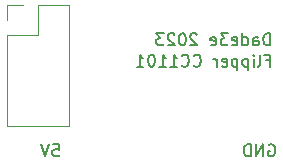
<source format=gbr>
%TF.GenerationSoftware,KiCad,Pcbnew,7.0.2*%
%TF.CreationDate,2023-05-27T23:34:56+02:00*%
%TF.ProjectId,cc1101_pcb,63633131-3031-45f7-9063-622e6b696361,rev?*%
%TF.SameCoordinates,Original*%
%TF.FileFunction,Legend,Bot*%
%TF.FilePolarity,Positive*%
%FSLAX46Y46*%
G04 Gerber Fmt 4.6, Leading zero omitted, Abs format (unit mm)*
G04 Created by KiCad (PCBNEW 7.0.2) date 2023-05-27 23:34:56*
%MOMM*%
%LPD*%
G01*
G04 APERTURE LIST*
%ADD10C,0.150000*%
%ADD11C,0.120000*%
G04 APERTURE END LIST*
D10*
X37685714Y-94677619D02*
X38161904Y-94677619D01*
X38161904Y-94677619D02*
X38209523Y-95153809D01*
X38209523Y-95153809D02*
X38161904Y-95106190D01*
X38161904Y-95106190D02*
X38066666Y-95058571D01*
X38066666Y-95058571D02*
X37828571Y-95058571D01*
X37828571Y-95058571D02*
X37733333Y-95106190D01*
X37733333Y-95106190D02*
X37685714Y-95153809D01*
X37685714Y-95153809D02*
X37638095Y-95249047D01*
X37638095Y-95249047D02*
X37638095Y-95487142D01*
X37638095Y-95487142D02*
X37685714Y-95582380D01*
X37685714Y-95582380D02*
X37733333Y-95630000D01*
X37733333Y-95630000D02*
X37828571Y-95677619D01*
X37828571Y-95677619D02*
X38066666Y-95677619D01*
X38066666Y-95677619D02*
X38161904Y-95630000D01*
X38161904Y-95630000D02*
X38209523Y-95582380D01*
X37352380Y-94677619D02*
X37019047Y-95677619D01*
X37019047Y-95677619D02*
X36685714Y-94677619D01*
X55938095Y-94725238D02*
X56033333Y-94677619D01*
X56033333Y-94677619D02*
X56176190Y-94677619D01*
X56176190Y-94677619D02*
X56319047Y-94725238D01*
X56319047Y-94725238D02*
X56414285Y-94820476D01*
X56414285Y-94820476D02*
X56461904Y-94915714D01*
X56461904Y-94915714D02*
X56509523Y-95106190D01*
X56509523Y-95106190D02*
X56509523Y-95249047D01*
X56509523Y-95249047D02*
X56461904Y-95439523D01*
X56461904Y-95439523D02*
X56414285Y-95534761D01*
X56414285Y-95534761D02*
X56319047Y-95630000D01*
X56319047Y-95630000D02*
X56176190Y-95677619D01*
X56176190Y-95677619D02*
X56080952Y-95677619D01*
X56080952Y-95677619D02*
X55938095Y-95630000D01*
X55938095Y-95630000D02*
X55890476Y-95582380D01*
X55890476Y-95582380D02*
X55890476Y-95249047D01*
X55890476Y-95249047D02*
X56080952Y-95249047D01*
X55461904Y-95677619D02*
X55461904Y-94677619D01*
X55461904Y-94677619D02*
X54890476Y-95677619D01*
X54890476Y-95677619D02*
X54890476Y-94677619D01*
X54414285Y-95677619D02*
X54414285Y-94677619D01*
X54414285Y-94677619D02*
X54176190Y-94677619D01*
X54176190Y-94677619D02*
X54033333Y-94725238D01*
X54033333Y-94725238D02*
X53938095Y-94820476D01*
X53938095Y-94820476D02*
X53890476Y-94915714D01*
X53890476Y-94915714D02*
X53842857Y-95106190D01*
X53842857Y-95106190D02*
X53842857Y-95249047D01*
X53842857Y-95249047D02*
X53890476Y-95439523D01*
X53890476Y-95439523D02*
X53938095Y-95534761D01*
X53938095Y-95534761D02*
X54033333Y-95630000D01*
X54033333Y-95630000D02*
X54176190Y-95677619D01*
X54176190Y-95677619D02*
X54414285Y-95677619D01*
X56061904Y-86277619D02*
X56061904Y-85277619D01*
X56061904Y-85277619D02*
X55823809Y-85277619D01*
X55823809Y-85277619D02*
X55680952Y-85325238D01*
X55680952Y-85325238D02*
X55585714Y-85420476D01*
X55585714Y-85420476D02*
X55538095Y-85515714D01*
X55538095Y-85515714D02*
X55490476Y-85706190D01*
X55490476Y-85706190D02*
X55490476Y-85849047D01*
X55490476Y-85849047D02*
X55538095Y-86039523D01*
X55538095Y-86039523D02*
X55585714Y-86134761D01*
X55585714Y-86134761D02*
X55680952Y-86230000D01*
X55680952Y-86230000D02*
X55823809Y-86277619D01*
X55823809Y-86277619D02*
X56061904Y-86277619D01*
X54633333Y-86277619D02*
X54633333Y-85753809D01*
X54633333Y-85753809D02*
X54680952Y-85658571D01*
X54680952Y-85658571D02*
X54776190Y-85610952D01*
X54776190Y-85610952D02*
X54966666Y-85610952D01*
X54966666Y-85610952D02*
X55061904Y-85658571D01*
X54633333Y-86230000D02*
X54728571Y-86277619D01*
X54728571Y-86277619D02*
X54966666Y-86277619D01*
X54966666Y-86277619D02*
X55061904Y-86230000D01*
X55061904Y-86230000D02*
X55109523Y-86134761D01*
X55109523Y-86134761D02*
X55109523Y-86039523D01*
X55109523Y-86039523D02*
X55061904Y-85944285D01*
X55061904Y-85944285D02*
X54966666Y-85896666D01*
X54966666Y-85896666D02*
X54728571Y-85896666D01*
X54728571Y-85896666D02*
X54633333Y-85849047D01*
X53728571Y-86277619D02*
X53728571Y-85277619D01*
X53728571Y-86230000D02*
X53823809Y-86277619D01*
X53823809Y-86277619D02*
X54014285Y-86277619D01*
X54014285Y-86277619D02*
X54109523Y-86230000D01*
X54109523Y-86230000D02*
X54157142Y-86182380D01*
X54157142Y-86182380D02*
X54204761Y-86087142D01*
X54204761Y-86087142D02*
X54204761Y-85801428D01*
X54204761Y-85801428D02*
X54157142Y-85706190D01*
X54157142Y-85706190D02*
X54109523Y-85658571D01*
X54109523Y-85658571D02*
X54014285Y-85610952D01*
X54014285Y-85610952D02*
X53823809Y-85610952D01*
X53823809Y-85610952D02*
X53728571Y-85658571D01*
X52871428Y-86230000D02*
X52966666Y-86277619D01*
X52966666Y-86277619D02*
X53157142Y-86277619D01*
X53157142Y-86277619D02*
X53252380Y-86230000D01*
X53252380Y-86230000D02*
X53299999Y-86134761D01*
X53299999Y-86134761D02*
X53299999Y-85753809D01*
X53299999Y-85753809D02*
X53252380Y-85658571D01*
X53252380Y-85658571D02*
X53157142Y-85610952D01*
X53157142Y-85610952D02*
X52966666Y-85610952D01*
X52966666Y-85610952D02*
X52871428Y-85658571D01*
X52871428Y-85658571D02*
X52823809Y-85753809D01*
X52823809Y-85753809D02*
X52823809Y-85849047D01*
X52823809Y-85849047D02*
X53299999Y-85944285D01*
X52490475Y-85277619D02*
X51871428Y-85277619D01*
X51871428Y-85277619D02*
X52204761Y-85658571D01*
X52204761Y-85658571D02*
X52061904Y-85658571D01*
X52061904Y-85658571D02*
X51966666Y-85706190D01*
X51966666Y-85706190D02*
X51919047Y-85753809D01*
X51919047Y-85753809D02*
X51871428Y-85849047D01*
X51871428Y-85849047D02*
X51871428Y-86087142D01*
X51871428Y-86087142D02*
X51919047Y-86182380D01*
X51919047Y-86182380D02*
X51966666Y-86230000D01*
X51966666Y-86230000D02*
X52061904Y-86277619D01*
X52061904Y-86277619D02*
X52347618Y-86277619D01*
X52347618Y-86277619D02*
X52442856Y-86230000D01*
X52442856Y-86230000D02*
X52490475Y-86182380D01*
X51061904Y-86230000D02*
X51157142Y-86277619D01*
X51157142Y-86277619D02*
X51347618Y-86277619D01*
X51347618Y-86277619D02*
X51442856Y-86230000D01*
X51442856Y-86230000D02*
X51490475Y-86134761D01*
X51490475Y-86134761D02*
X51490475Y-85753809D01*
X51490475Y-85753809D02*
X51442856Y-85658571D01*
X51442856Y-85658571D02*
X51347618Y-85610952D01*
X51347618Y-85610952D02*
X51157142Y-85610952D01*
X51157142Y-85610952D02*
X51061904Y-85658571D01*
X51061904Y-85658571D02*
X51014285Y-85753809D01*
X51014285Y-85753809D02*
X51014285Y-85849047D01*
X51014285Y-85849047D02*
X51490475Y-85944285D01*
X49871427Y-85372857D02*
X49823808Y-85325238D01*
X49823808Y-85325238D02*
X49728570Y-85277619D01*
X49728570Y-85277619D02*
X49490475Y-85277619D01*
X49490475Y-85277619D02*
X49395237Y-85325238D01*
X49395237Y-85325238D02*
X49347618Y-85372857D01*
X49347618Y-85372857D02*
X49299999Y-85468095D01*
X49299999Y-85468095D02*
X49299999Y-85563333D01*
X49299999Y-85563333D02*
X49347618Y-85706190D01*
X49347618Y-85706190D02*
X49919046Y-86277619D01*
X49919046Y-86277619D02*
X49299999Y-86277619D01*
X48680951Y-85277619D02*
X48585713Y-85277619D01*
X48585713Y-85277619D02*
X48490475Y-85325238D01*
X48490475Y-85325238D02*
X48442856Y-85372857D01*
X48442856Y-85372857D02*
X48395237Y-85468095D01*
X48395237Y-85468095D02*
X48347618Y-85658571D01*
X48347618Y-85658571D02*
X48347618Y-85896666D01*
X48347618Y-85896666D02*
X48395237Y-86087142D01*
X48395237Y-86087142D02*
X48442856Y-86182380D01*
X48442856Y-86182380D02*
X48490475Y-86230000D01*
X48490475Y-86230000D02*
X48585713Y-86277619D01*
X48585713Y-86277619D02*
X48680951Y-86277619D01*
X48680951Y-86277619D02*
X48776189Y-86230000D01*
X48776189Y-86230000D02*
X48823808Y-86182380D01*
X48823808Y-86182380D02*
X48871427Y-86087142D01*
X48871427Y-86087142D02*
X48919046Y-85896666D01*
X48919046Y-85896666D02*
X48919046Y-85658571D01*
X48919046Y-85658571D02*
X48871427Y-85468095D01*
X48871427Y-85468095D02*
X48823808Y-85372857D01*
X48823808Y-85372857D02*
X48776189Y-85325238D01*
X48776189Y-85325238D02*
X48680951Y-85277619D01*
X47966665Y-85372857D02*
X47919046Y-85325238D01*
X47919046Y-85325238D02*
X47823808Y-85277619D01*
X47823808Y-85277619D02*
X47585713Y-85277619D01*
X47585713Y-85277619D02*
X47490475Y-85325238D01*
X47490475Y-85325238D02*
X47442856Y-85372857D01*
X47442856Y-85372857D02*
X47395237Y-85468095D01*
X47395237Y-85468095D02*
X47395237Y-85563333D01*
X47395237Y-85563333D02*
X47442856Y-85706190D01*
X47442856Y-85706190D02*
X48014284Y-86277619D01*
X48014284Y-86277619D02*
X47395237Y-86277619D01*
X47061903Y-85277619D02*
X46442856Y-85277619D01*
X46442856Y-85277619D02*
X46776189Y-85658571D01*
X46776189Y-85658571D02*
X46633332Y-85658571D01*
X46633332Y-85658571D02*
X46538094Y-85706190D01*
X46538094Y-85706190D02*
X46490475Y-85753809D01*
X46490475Y-85753809D02*
X46442856Y-85849047D01*
X46442856Y-85849047D02*
X46442856Y-86087142D01*
X46442856Y-86087142D02*
X46490475Y-86182380D01*
X46490475Y-86182380D02*
X46538094Y-86230000D01*
X46538094Y-86230000D02*
X46633332Y-86277619D01*
X46633332Y-86277619D02*
X46919046Y-86277619D01*
X46919046Y-86277619D02*
X47014284Y-86230000D01*
X47014284Y-86230000D02*
X47061903Y-86182380D01*
X55728571Y-87553809D02*
X56061904Y-87553809D01*
X56061904Y-88077619D02*
X56061904Y-87077619D01*
X56061904Y-87077619D02*
X55585714Y-87077619D01*
X55061904Y-88077619D02*
X55157142Y-88030000D01*
X55157142Y-88030000D02*
X55204761Y-87934761D01*
X55204761Y-87934761D02*
X55204761Y-87077619D01*
X54680951Y-88077619D02*
X54680951Y-87410952D01*
X54680951Y-87077619D02*
X54728570Y-87125238D01*
X54728570Y-87125238D02*
X54680951Y-87172857D01*
X54680951Y-87172857D02*
X54633332Y-87125238D01*
X54633332Y-87125238D02*
X54680951Y-87077619D01*
X54680951Y-87077619D02*
X54680951Y-87172857D01*
X54204761Y-87410952D02*
X54204761Y-88410952D01*
X54204761Y-87458571D02*
X54109523Y-87410952D01*
X54109523Y-87410952D02*
X53919047Y-87410952D01*
X53919047Y-87410952D02*
X53823809Y-87458571D01*
X53823809Y-87458571D02*
X53776190Y-87506190D01*
X53776190Y-87506190D02*
X53728571Y-87601428D01*
X53728571Y-87601428D02*
X53728571Y-87887142D01*
X53728571Y-87887142D02*
X53776190Y-87982380D01*
X53776190Y-87982380D02*
X53823809Y-88030000D01*
X53823809Y-88030000D02*
X53919047Y-88077619D01*
X53919047Y-88077619D02*
X54109523Y-88077619D01*
X54109523Y-88077619D02*
X54204761Y-88030000D01*
X53299999Y-87410952D02*
X53299999Y-88410952D01*
X53299999Y-87458571D02*
X53204761Y-87410952D01*
X53204761Y-87410952D02*
X53014285Y-87410952D01*
X53014285Y-87410952D02*
X52919047Y-87458571D01*
X52919047Y-87458571D02*
X52871428Y-87506190D01*
X52871428Y-87506190D02*
X52823809Y-87601428D01*
X52823809Y-87601428D02*
X52823809Y-87887142D01*
X52823809Y-87887142D02*
X52871428Y-87982380D01*
X52871428Y-87982380D02*
X52919047Y-88030000D01*
X52919047Y-88030000D02*
X53014285Y-88077619D01*
X53014285Y-88077619D02*
X53204761Y-88077619D01*
X53204761Y-88077619D02*
X53299999Y-88030000D01*
X52014285Y-88030000D02*
X52109523Y-88077619D01*
X52109523Y-88077619D02*
X52299999Y-88077619D01*
X52299999Y-88077619D02*
X52395237Y-88030000D01*
X52395237Y-88030000D02*
X52442856Y-87934761D01*
X52442856Y-87934761D02*
X52442856Y-87553809D01*
X52442856Y-87553809D02*
X52395237Y-87458571D01*
X52395237Y-87458571D02*
X52299999Y-87410952D01*
X52299999Y-87410952D02*
X52109523Y-87410952D01*
X52109523Y-87410952D02*
X52014285Y-87458571D01*
X52014285Y-87458571D02*
X51966666Y-87553809D01*
X51966666Y-87553809D02*
X51966666Y-87649047D01*
X51966666Y-87649047D02*
X52442856Y-87744285D01*
X51538094Y-88077619D02*
X51538094Y-87410952D01*
X51538094Y-87601428D02*
X51490475Y-87506190D01*
X51490475Y-87506190D02*
X51442856Y-87458571D01*
X51442856Y-87458571D02*
X51347618Y-87410952D01*
X51347618Y-87410952D02*
X51252380Y-87410952D01*
X49585713Y-87982380D02*
X49633332Y-88030000D01*
X49633332Y-88030000D02*
X49776189Y-88077619D01*
X49776189Y-88077619D02*
X49871427Y-88077619D01*
X49871427Y-88077619D02*
X50014284Y-88030000D01*
X50014284Y-88030000D02*
X50109522Y-87934761D01*
X50109522Y-87934761D02*
X50157141Y-87839523D01*
X50157141Y-87839523D02*
X50204760Y-87649047D01*
X50204760Y-87649047D02*
X50204760Y-87506190D01*
X50204760Y-87506190D02*
X50157141Y-87315714D01*
X50157141Y-87315714D02*
X50109522Y-87220476D01*
X50109522Y-87220476D02*
X50014284Y-87125238D01*
X50014284Y-87125238D02*
X49871427Y-87077619D01*
X49871427Y-87077619D02*
X49776189Y-87077619D01*
X49776189Y-87077619D02*
X49633332Y-87125238D01*
X49633332Y-87125238D02*
X49585713Y-87172857D01*
X48585713Y-87982380D02*
X48633332Y-88030000D01*
X48633332Y-88030000D02*
X48776189Y-88077619D01*
X48776189Y-88077619D02*
X48871427Y-88077619D01*
X48871427Y-88077619D02*
X49014284Y-88030000D01*
X49014284Y-88030000D02*
X49109522Y-87934761D01*
X49109522Y-87934761D02*
X49157141Y-87839523D01*
X49157141Y-87839523D02*
X49204760Y-87649047D01*
X49204760Y-87649047D02*
X49204760Y-87506190D01*
X49204760Y-87506190D02*
X49157141Y-87315714D01*
X49157141Y-87315714D02*
X49109522Y-87220476D01*
X49109522Y-87220476D02*
X49014284Y-87125238D01*
X49014284Y-87125238D02*
X48871427Y-87077619D01*
X48871427Y-87077619D02*
X48776189Y-87077619D01*
X48776189Y-87077619D02*
X48633332Y-87125238D01*
X48633332Y-87125238D02*
X48585713Y-87172857D01*
X47633332Y-88077619D02*
X48204760Y-88077619D01*
X47919046Y-88077619D02*
X47919046Y-87077619D01*
X47919046Y-87077619D02*
X48014284Y-87220476D01*
X48014284Y-87220476D02*
X48109522Y-87315714D01*
X48109522Y-87315714D02*
X48204760Y-87363333D01*
X46680951Y-88077619D02*
X47252379Y-88077619D01*
X46966665Y-88077619D02*
X46966665Y-87077619D01*
X46966665Y-87077619D02*
X47061903Y-87220476D01*
X47061903Y-87220476D02*
X47157141Y-87315714D01*
X47157141Y-87315714D02*
X47252379Y-87363333D01*
X46061903Y-87077619D02*
X45966665Y-87077619D01*
X45966665Y-87077619D02*
X45871427Y-87125238D01*
X45871427Y-87125238D02*
X45823808Y-87172857D01*
X45823808Y-87172857D02*
X45776189Y-87268095D01*
X45776189Y-87268095D02*
X45728570Y-87458571D01*
X45728570Y-87458571D02*
X45728570Y-87696666D01*
X45728570Y-87696666D02*
X45776189Y-87887142D01*
X45776189Y-87887142D02*
X45823808Y-87982380D01*
X45823808Y-87982380D02*
X45871427Y-88030000D01*
X45871427Y-88030000D02*
X45966665Y-88077619D01*
X45966665Y-88077619D02*
X46061903Y-88077619D01*
X46061903Y-88077619D02*
X46157141Y-88030000D01*
X46157141Y-88030000D02*
X46204760Y-87982380D01*
X46204760Y-87982380D02*
X46252379Y-87887142D01*
X46252379Y-87887142D02*
X46299998Y-87696666D01*
X46299998Y-87696666D02*
X46299998Y-87458571D01*
X46299998Y-87458571D02*
X46252379Y-87268095D01*
X46252379Y-87268095D02*
X46204760Y-87172857D01*
X46204760Y-87172857D02*
X46157141Y-87125238D01*
X46157141Y-87125238D02*
X46061903Y-87077619D01*
X44776189Y-88077619D02*
X45347617Y-88077619D01*
X45061903Y-88077619D02*
X45061903Y-87077619D01*
X45061903Y-87077619D02*
X45157141Y-87220476D01*
X45157141Y-87220476D02*
X45252379Y-87315714D01*
X45252379Y-87315714D02*
X45347617Y-87363333D01*
D11*
%TO.C,J3*%
X39030000Y-93130000D02*
X33830000Y-93130000D01*
X39030000Y-82850000D02*
X39030000Y-93130000D01*
X39030000Y-82850000D02*
X36430000Y-82850000D01*
X36430000Y-85450000D02*
X33830000Y-85450000D01*
X36430000Y-82850000D02*
X36430000Y-85450000D01*
X35160000Y-82850000D02*
X33830000Y-82850000D01*
X33830000Y-85450000D02*
X33830000Y-93130000D01*
X33830000Y-82850000D02*
X33830000Y-84180000D01*
%TD*%
M02*

</source>
